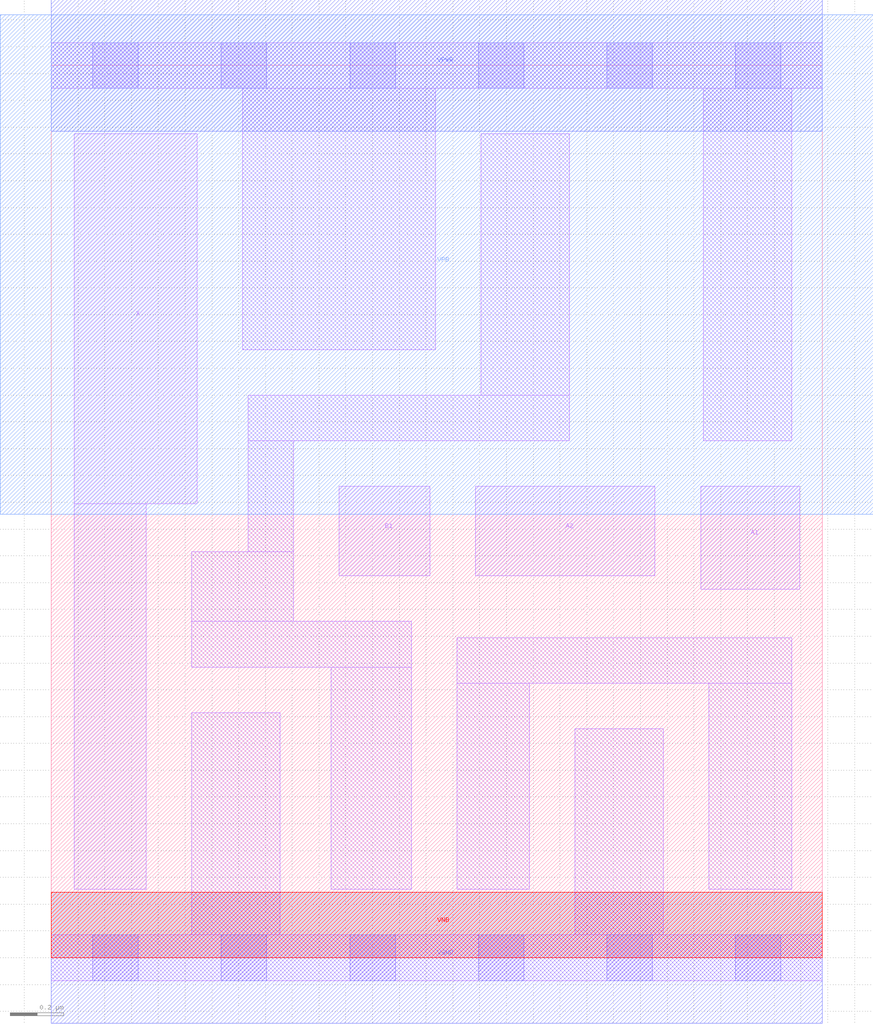
<source format=lef>
# Copyright 2020 The SkyWater PDK Authors
#
# Licensed under the Apache License, Version 2.0 (the "License");
# you may not use this file except in compliance with the License.
# You may obtain a copy of the License at
#
#     https://www.apache.org/licenses/LICENSE-2.0
#
# Unless required by applicable law or agreed to in writing, software
# distributed under the License is distributed on an "AS IS" BASIS,
# WITHOUT WARRANTIES OR CONDITIONS OF ANY KIND, either express or implied.
# See the License for the specific language governing permissions and
# limitations under the License.
#
# SPDX-License-Identifier: Apache-2.0

VERSION 5.7 ;
  NOWIREEXTENSIONATPIN ON ;
  DIVIDERCHAR "/" ;
  BUSBITCHARS "[]" ;
MACRO sky130_fd_sc_lp__o21a_1
  CLASS CORE ;
  FOREIGN sky130_fd_sc_lp__o21a_1 ;
  ORIGIN  0.000000  0.000000 ;
  SIZE  2.880000 BY  3.330000 ;
  SYMMETRY X Y R90 ;
  SITE unit ;
  PIN A1
    ANTENNAGATEAREA  0.315000 ;
    DIRECTION INPUT ;
    USE SIGNAL ;
    PORT
      LAYER li1 ;
        RECT 2.425000 1.375000 2.795000 1.760000 ;
    END
  END A1
  PIN A2
    ANTENNAGATEAREA  0.315000 ;
    DIRECTION INPUT ;
    USE SIGNAL ;
    PORT
      LAYER li1 ;
        RECT 1.585000 1.425000 2.255000 1.760000 ;
    END
  END A2
  PIN B1
    ANTENNAGATEAREA  0.315000 ;
    DIRECTION INPUT ;
    USE SIGNAL ;
    PORT
      LAYER li1 ;
        RECT 1.075000 1.425000 1.415000 1.760000 ;
    END
  END B1
  PIN X
    ANTENNADIFFAREA  0.556500 ;
    DIRECTION OUTPUT ;
    USE SIGNAL ;
    PORT
      LAYER li1 ;
        RECT 0.085000 0.255000 0.355000 1.695000 ;
        RECT 0.085000 1.695000 0.545000 3.075000 ;
    END
  END X
  PIN VGND
    DIRECTION INOUT ;
    USE GROUND ;
    PORT
      LAYER met1 ;
        RECT 0.000000 -0.245000 2.880000 0.245000 ;
    END
  END VGND
  PIN VNB
    DIRECTION INOUT ;
    USE GROUND ;
    PORT
      LAYER pwell ;
        RECT 0.000000 0.000000 2.880000 0.245000 ;
    END
  END VNB
  PIN VPB
    DIRECTION INOUT ;
    USE POWER ;
    PORT
      LAYER nwell ;
        RECT -0.190000 1.655000 3.070000 3.520000 ;
    END
  END VPB
  PIN VPWR
    DIRECTION INOUT ;
    USE POWER ;
    PORT
      LAYER met1 ;
        RECT 0.000000 3.085000 2.880000 3.575000 ;
    END
  END VPWR
  OBS
    LAYER li1 ;
      RECT 0.000000 -0.085000 2.880000 0.085000 ;
      RECT 0.000000  3.245000 2.880000 3.415000 ;
      RECT 0.525000  0.085000 0.855000 0.915000 ;
      RECT 0.525000  1.085000 1.345000 1.255000 ;
      RECT 0.525000  1.255000 0.905000 1.515000 ;
      RECT 0.715000  2.270000 1.435000 3.245000 ;
      RECT 0.735000  1.515000 0.905000 1.930000 ;
      RECT 0.735000  1.930000 1.935000 2.100000 ;
      RECT 1.045000  0.255000 1.345000 1.085000 ;
      RECT 1.515000  0.255000 1.785000 1.025000 ;
      RECT 1.515000  1.025000 2.765000 1.195000 ;
      RECT 1.605000  2.100000 1.935000 3.075000 ;
      RECT 1.955000  0.085000 2.285000 0.855000 ;
      RECT 2.435000  1.930000 2.765000 3.245000 ;
      RECT 2.455000  0.255000 2.765000 1.025000 ;
    LAYER mcon ;
      RECT 0.155000 -0.085000 0.325000 0.085000 ;
      RECT 0.155000  3.245000 0.325000 3.415000 ;
      RECT 0.635000 -0.085000 0.805000 0.085000 ;
      RECT 0.635000  3.245000 0.805000 3.415000 ;
      RECT 1.115000 -0.085000 1.285000 0.085000 ;
      RECT 1.115000  3.245000 1.285000 3.415000 ;
      RECT 1.595000 -0.085000 1.765000 0.085000 ;
      RECT 1.595000  3.245000 1.765000 3.415000 ;
      RECT 2.075000 -0.085000 2.245000 0.085000 ;
      RECT 2.075000  3.245000 2.245000 3.415000 ;
      RECT 2.555000 -0.085000 2.725000 0.085000 ;
      RECT 2.555000  3.245000 2.725000 3.415000 ;
  END
END sky130_fd_sc_lp__o21a_1
END LIBRARY

</source>
